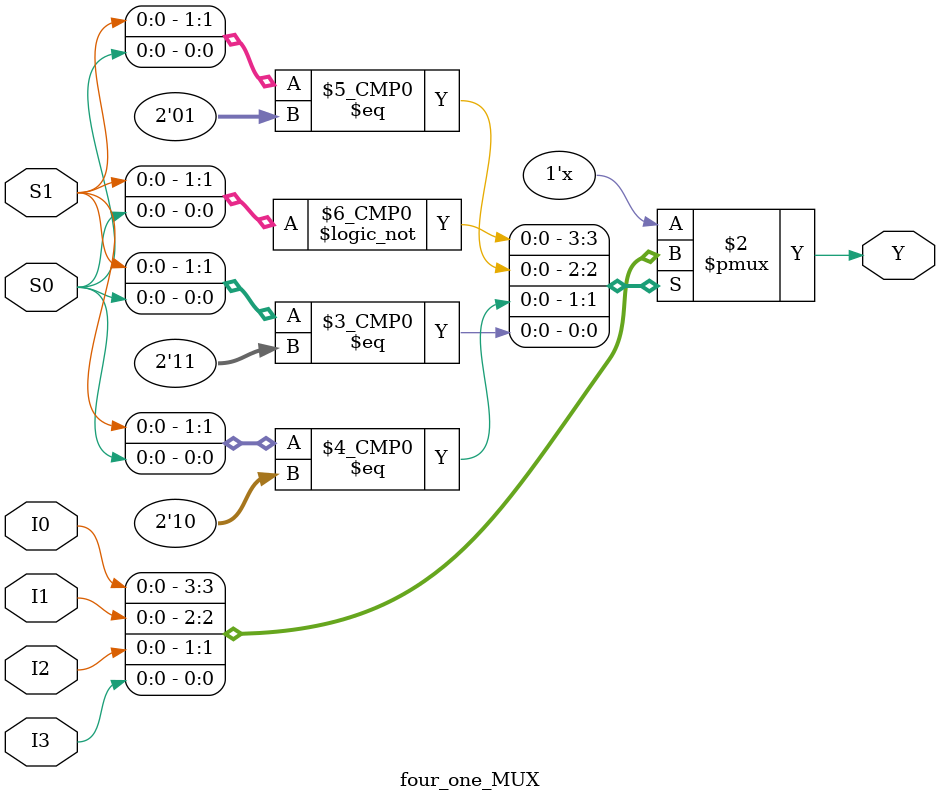
<source format=v>
`timescale 1ns / 1ps

module four_one_MUX(
    input S0, S1, I0, I1, I2, I3,
    output reg Y
    );
    always @*
    begin
        case({S1, S0})
            2'b00: Y = I0;
            2'b01: Y = I1;
            2'b10: Y = I2;
            2'b11: Y = I3;
        endcase
    end
endmodule

</source>
